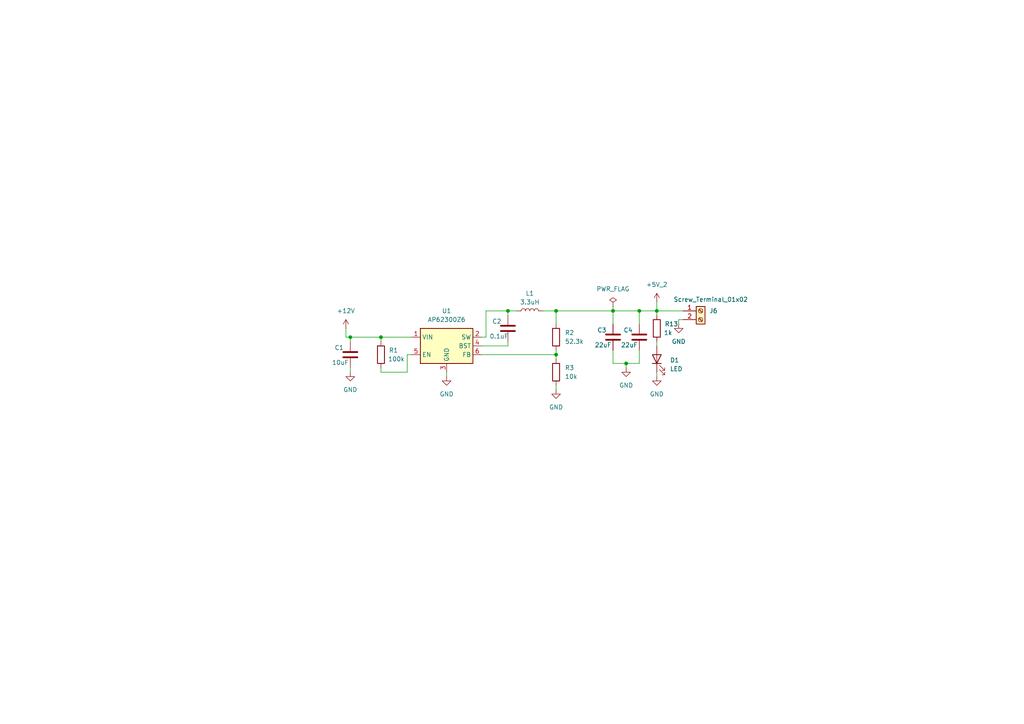
<source format=kicad_sch>
(kicad_sch (version 20231120) (generator "eeschema") (generator_version "8.0")
  (paper "A4")
  (lib_symbols
    (symbol "Connector:Screw_Terminal_01x02" (pin_names (offset 1.016) hide)
      (property "Reference" "J" (at 0 2.54 0))
      (property "Value" "Screw_Terminal_01x02" (at 0 -5.08 0))
      (symbol "Screw_Terminal_01x02_1_1"
        (rectangle (start -1.27 1.27) (end 1.27 -3.81) (stroke (width 0.254)) (fill (type background)))
        (circle (center 0 -2.54) (radius 0.635) (stroke (width 0.1524)))
        (polyline (pts (xy -0.5334 -2.2098) (xy 0.3302 -3.048)) (stroke (width 0.1524)))
        (polyline (pts (xy -0.5334 0.3302) (xy 0.3302 -0.508)) (stroke (width 0.1524)))
        (polyline (pts (xy -0.3556 -2.032) (xy 0.508 -2.8702)) (stroke (width 0.1524)))
        (polyline (pts (xy -0.3556 0.508) (xy 0.508 -0.3302)) (stroke (width 0.1524)))
        (circle (center 0 0) (radius 0.635) (stroke (width 0.1524)))
        (pin passive line (at -5.08 0 0) (length 3.81) (name "Pin_1") (number "1"))
        (pin passive line (at -5.08 -2.54 0) (length 3.81) (name "Pin_2") (number "2"))
      )
    )
    (symbol "Device:C" (pin_numbers hide) (pin_names (offset 0.254))
      (property "Reference" "C" (at 0.635 2.54 0))
      (property "Value" "C" (at 0.635 -2.54 0))
      (symbol "C_0_1"
        (polyline (pts (xy -2.032 -0.762) (xy 2.032 -0.762)) (stroke (width 0.508)))
        (polyline (pts (xy -2.032 0.762) (xy 2.032 0.762)) (stroke (width 0.508)))
      )
      (symbol "C_1_1"
        (pin passive line (at 0 3.81 270) (length 2.794) (name "~") (number "1"))
        (pin passive line (at 0 -3.81 90) (length 2.794) (name "~") (number "2"))
      )
    )
    (symbol "Device:L" (pin_numbers hide) (pin_names (offset 1.016) hide)
      (property "Reference" "L" (at -1.27 0 90))
      (property "Value" "L" (at 1.905 0 90))
      (symbol "L_0_1"
        (arc (start 0 -2.54) (mid 0.6323 -1.905) (end 0 -1.27))
        (arc (start 0 -1.27) (mid 0.6323 -0.635) (end 0 0))
        (arc (start 0 0) (mid 0.6323 0.635) (end 0 1.27))
        (arc (start 0 1.27) (mid 0.6323 1.905) (end 0 2.54))
      )
      (symbol "L_1_1"
        (pin passive line (at 0 3.81 270) (length 1.27) (name "1") (number "1"))
        (pin passive line (at 0 -3.81 90) (length 1.27) (name "2") (number "2"))
      )
    )
    (symbol "Device:LED" (pin_numbers hide) (pin_names (offset 1.016) hide)
      (property "Reference" "D" (at 0 2.54 0))
      (property "Value" "LED" (at 0 -2.54 0))
      (symbol "LED_0_1"
        (polyline (pts (xy -1.27 -1.27) (xy -1.27 1.27)) (stroke (width 0.254)))
        (polyline (pts (xy -1.27 0) (xy 1.27 0)))
        (polyline (pts (xy 1.27 -1.27) (xy 1.27 1.27) (xy -1.27 0) (xy 1.27 -1.27)) (stroke (width 0.254)))
        (polyline (pts (xy -3.048 -0.762) (xy -4.572 -2.286) (xy -3.81 -2.286) (xy -4.572 -2.286) (xy -4.572 -1.524)))
        (polyline (pts (xy -1.778 -0.762) (xy -3.302 -2.286) (xy -2.54 -2.286) (xy -3.302 -2.286) (xy -3.302 -1.524)))
      )
      (symbol "LED_1_1"
        (pin passive line (at -3.81 0 0) (length 2.54) (name "K") (number "1"))
        (pin passive line (at 3.81 0 180) (length 2.54) (name "A") (number "2"))
      )
    )
    (symbol "Device:R" (pin_numbers hide) (pin_names (offset 0))
      (property "Reference" "R" (at 2.032 0 90))
      (property "Value" "R" (at 0 0 90))
      (symbol "R_0_1"
        (rectangle (start -1.016 -2.54) (end 1.016 2.54) (stroke (width 0.254)))
      )
      (symbol "R_1_1"
        (pin passive line (at 0 3.81 270) (length 1.27) (name "~") (number "1"))
        (pin passive line (at 0 -3.81 90) (length 1.27) (name "~") (number "2"))
      )
    )
    (symbol "Regulator_Switching:AP62300Z6"
      (property "Reference" "U" (at -7.62 6.35 0))
      (property "Value" "AP62300Z6" (at 6.35 -6.35 0))
      (symbol "AP62300Z6_0_1"
        (rectangle (start -7.62 5.08) (end 7.62 -5.08) (stroke (width 0.254)) (fill (type background)))
      )
      (symbol "AP62300Z6_1_1"
        (pin power_in line (at -10.16 2.54 0) (length 2.54) (name "VIN") (number "1"))
        (pin output line (at 10.16 2.54 180) (length 2.54) (name "SW") (number "2"))
        (pin power_in line (at 0 -7.62 90) (length 2.54) (name "GND") (number "3"))
        (pin passive line (at 10.16 0 180) (length 2.54) (name "BST") (number "4"))
        (pin input line (at -10.16 -2.54 0) (length 2.54) (name "EN") (number "5"))
        (pin input line (at 10.16 -2.54 180) (length 2.54) (name "FB") (number "6"))
      )
    )
    (symbol "power:+12V" (power) (pin_numbers hide) (pin_names (offset 0) hide)
      (property "Value" "+12V" (at 0 3.556 0))
      (symbol "+12V_0_1"
        (polyline (pts (xy -0.762 1.27) (xy 0 2.54)))
        (polyline (pts (xy 0 0) (xy 0 2.54)))
        (polyline (pts (xy 0 2.54) (xy 0.762 1.27)))
      )
      (symbol "+12V_1_1"
        (pin power_in line (at 0 0 90) (length 0) (name "~") (number "1"))
      )
    )
    (symbol "power:+5V" (power) (pin_numbers hide) (pin_names (offset 0) hide)
      (property "Value" "+5V" (at 0 3.556 0))
      (symbol "+5V_0_1"
        (polyline (pts (xy -0.762 1.27) (xy 0 2.54)))
        (polyline (pts (xy 0 0) (xy 0 2.54)))
        (polyline (pts (xy 0 2.54) (xy 0.762 1.27)))
      )
      (symbol "+5V_1_1"
        (pin power_in line (at 0 0 90) (length 0) (name "~") (number "1"))
      )
    )
    (symbol "power:GND" (power) (pin_numbers hide) (pin_names (offset 0) hide)
      (property "Value" "GND" (at 0 -3.81 0))
      (symbol "GND_0_1"
        (polyline (pts (xy 0 0) (xy 0 -1.27) (xy 1.27 -1.27) (xy 0 -2.54) (xy -1.27 -1.27) (xy 0 -1.27)))
      )
      (symbol "GND_1_1"
        (pin power_in line (at 0 0 270) (length 0) (name "~") (number "1"))
      )
    )
    (symbol "power:PWR_FLAG" (power) (pin_numbers hide) (pin_names (offset 0) hide)
      (property "Value" "PWR_FLAG" (at 0 3.81 0))
      (symbol "PWR_FLAG_0_0"
        (pin power_out line (at 0 0 90) (length 0) (name "~") (number "1"))
      )
      (symbol "PWR_FLAG_0_1"
        (polyline (pts (xy 0 0) (xy 0 1.27) (xy -1.016 1.905) (xy 0 2.54) (xy 1.016 1.905) (xy 0 1.27)))
      )
    )
  )
  (junction (at 110.49 97.79))
  (junction (at 177.8 90.17))
  (junction (at 101.6 97.79))
  (junction (at 161.29 102.87))
  (junction (at 190.5 90.17))
  (junction (at 185.42 90.17))
  (junction (at 161.29 90.17))
  (junction (at 181.61 105.41))
  (junction (at 147.32 90.17))
  (wire (pts (xy 139.7 97.79) (xy 140.97 97.79)))
  (wire (pts (xy 157.48 90.17) (xy 161.29 90.17)))
  (wire (pts (xy 140.97 97.79) (xy 140.97 90.17)))
  (wire (pts (xy 177.8 101.6) (xy 177.8 105.41)))
  (wire (pts (xy 140.97 90.17) (xy 147.32 90.17)))
  (wire (pts (xy 129.54 107.95) (xy 129.54 109.22)))
  (wire (pts (xy 185.42 90.17) (xy 190.5 90.17)))
  (wire (pts (xy 177.8 90.17) (xy 177.8 93.98)))
  (wire (pts (xy 190.5 99.06) (xy 190.5 100.33)))
  (wire (pts (xy 110.49 97.79) (xy 110.49 99.06)))
  (wire (pts (xy 181.61 105.41) (xy 185.42 105.41)))
  (wire (pts (xy 190.5 91.44) (xy 190.5 90.17)))
  (wire (pts (xy 161.29 90.17) (xy 161.29 93.98)))
  (wire (pts (xy 177.8 90.17) (xy 185.42 90.17)))
  (wire (pts (xy 100.33 95.25) (xy 100.33 97.79)))
  (wire (pts (xy 101.6 97.79) (xy 110.49 97.79)))
  (wire (pts (xy 161.29 111.76) (xy 161.29 113.03)))
  (wire (pts (xy 161.29 90.17) (xy 177.8 90.17)))
  (wire (pts (xy 181.61 105.41) (xy 181.61 106.68)))
  (wire (pts (xy 139.7 100.33) (xy 147.32 100.33)))
  (wire (pts (xy 185.42 90.17) (xy 185.42 93.98)))
  (wire (pts (xy 110.49 107.95) (xy 118.11 107.95)))
  (wire (pts (xy 101.6 99.06) (xy 101.6 97.79)))
  (wire (pts (xy 110.49 106.68) (xy 110.49 107.95)))
  (wire (pts (xy 118.11 102.87) (xy 119.38 102.87)))
  (wire (pts (xy 110.49 97.79) (xy 119.38 97.79)))
  (wire (pts (xy 185.42 101.6) (xy 185.42 105.41)))
  (wire (pts (xy 190.5 87.63) (xy 190.5 90.17)))
  (wire (pts (xy 177.8 105.41) (xy 181.61 105.41)))
  (wire (pts (xy 177.8 88.9) (xy 177.8 90.17)))
  (wire (pts (xy 147.32 90.17) (xy 147.32 91.44)))
  (wire (pts (xy 196.85 92.71) (xy 196.85 93.98)))
  (wire (pts (xy 190.5 90.17) (xy 198.12 90.17)))
  (wire (pts (xy 139.7 102.87) (xy 161.29 102.87)))
  (wire (pts (xy 100.33 97.79) (xy 101.6 97.79)))
  (wire (pts (xy 161.29 101.6) (xy 161.29 102.87)))
  (wire (pts (xy 198.12 92.71) (xy 196.85 92.71)))
  (wire (pts (xy 147.32 90.17) (xy 149.86 90.17)))
  (wire (pts (xy 190.5 107.95) (xy 190.5 109.22)))
  (wire (pts (xy 147.32 100.33) (xy 147.32 99.06)))
  (wire (pts (xy 118.11 107.95) (xy 118.11 102.87)))
  (wire (pts (xy 101.6 106.68) (xy 101.6 107.95)))
  (wire (pts (xy 161.29 102.87) (xy 161.29 104.14)))
  (symbol (lib_id "Device:R") (at 110.49 102.87 0) (unit 1)
    (property "Reference" "R1" (at 112.776 101.6 0) (effects (justify left)))
    (property "Value" "100k" (at 112.522 104.14 0) (effects (justify left)))
    (property "Footprint" "Resistor_SMD:R_0603_1608Metric" (effects (hide yes)))
    (property "Description" "Resistor" (effects (hide yes)))
    (instances (project "QRPfRA_RP4_hat" (path "" (reference "R1") (unit 1)) (path "" (reference "R17") (unit 1)) (path "" (reference "R21") (unit 1)) (path "" (reference "R25") (unit 1))))
  )
  (symbol (lib_id "Device:R") (at 190.5 95.25 0) (unit 1)
    (property "Reference" "R13" (at 192.786 93.98 0) (effects (justify left)))
    (property "Value" "1k" (at 192.532 96.52 0) (effects (justify left)))
    (property "Footprint" "Resistor_SMD:R_0603_1608Metric" (effects (hide yes)))
    (property "Description" "Resistor" (effects (hide yes)))
    (instances (project "QRPfRA_RP4_hat" (path "" (reference "R13") (unit 1)) (path "" (reference "R20") (unit 1)) (path "" (reference "R24") (unit 1)) (path "" (reference "R28") (unit 1))))
  )
  (symbol (lib_id "power:GND") (at 181.61 106.68 0) (unit 1)
    (property "Reference" "#PWR05" (effects (hide yes)))
    (property "Value" "GND" (at 181.61 111.76 0))
    (property "Description" "Power symbol creates a global label with name \"GND\" , ground" (effects (hide yes)))
    (instances (project "QRPfRA_RP4_hat" (path "" (reference "#PWR05") (unit 1)) (path "" (reference "#PWR045") (unit 1)) (path "" (reference "#PWR053") (unit 1)) (path "" (reference "#PWR061") (unit 1))))
  )
  (symbol (lib_id "power:+5V") (at 190.5 87.63 0) (unit 1)
    (property "Reference" "#PWR06" (effects (hide yes)))
    (property "Value" "+5V_2" (at 190.5 82.55 0))
    (property "Description" "Power symbol creates a global label with name \"+5V\"" (effects (hide yes)))
    (instances (project "QRPfRA_RP4_hat" (path "" (reference "#PWR06") (unit 1)) (path "" (reference "#PWR046") (unit 1)) (path "" (reference "#PWR054") (unit 1)) (path "" (reference "#PWR062") (unit 1))))
  )
  (symbol (lib_id "Device:C") (at 101.6 102.87 0) (unit 1)
    (property "Reference" "C1" (at 97.028 100.838 0) (effects (justify left)))
    (property "Value" "10uF" (at 96.266 105.156 0) (effects (justify left)))
    (property "Footprint" "Capacitor_SMD:C_1206_3216Metric" (effects (hide yes)))
    (property "Description" "Unpolarized capacitor" (effects (hide yes)))
    (instances (project "QRPfRA_RP4_hat" (path "" (reference "C1") (unit 1)) (path "" (reference "C17") (unit 1)) (path "" (reference "C21") (unit 1)) (path "" (reference "C25") (unit 1))))
  )
  (symbol (lib_id "Regulator_Switching:AP62300Z6") (at 129.54 100.33 0) (unit 1)
    (property "Reference" "U1" (at 129.54 90.17 0))
    (property "Value" "AP62300Z6" (at 129.54 92.71 0))
    (property "Footprint" "Package_TO_SOT_SMD:SOT-563" (effects (hide yes)))
    (property "Datasheet" "https://www.diodes.com/assets/Datasheets/AP62300_AP62301_AP62300T.pdf" (effects (hide yes)))
    (property "Description" "3A, 1.3MHz Buck DC/DC Converter, adjustable output voltage, SOT-563" (effects (hide yes)))
    (instances (project "QRPfRA_RP4_hat" (path "" (reference "U1") (unit 1)) (path "" (reference "U5") (unit 1)) (path "" (reference "U6") (unit 1)) (path "" (reference "U7") (unit 1))))
  )
  (symbol (lib_id "power:GND") (at 190.5 109.22 0) (unit 1)
    (property "Reference" "#PWR033" (effects (hide yes)))
    (property "Value" "GND" (at 190.5 114.3 0))
    (property "Description" "Power symbol creates a global label with name \"GND\" , ground" (effects (hide yes)))
    (instances (project "QRPfRA_RP4_hat" (path "" (reference "#PWR033") (unit 1)) (path "" (reference "#PWR047") (unit 1)) (path "" (reference "#PWR055") (unit 1)) (path "" (reference "#PWR063") (unit 1))))
  )
  (symbol (lib_id "Device:C") (at 185.42 97.79 0) (unit 1)
    (property "Reference" "C4" (at 180.848 95.758 0) (effects (justify left)))
    (property "Value" "22uF" (at 180.086 100.076 0) (effects (justify left)))
    (property "Footprint" "Capacitor_SMD:C_1206_3216Metric" (effects (hide yes)))
    (property "Description" "Unpolarized capacitor" (effects (hide yes)))
    (instances (project "QRPfRA_RP4_hat" (path "" (reference "C4") (unit 1)) (path "" (reference "C20") (unit 1)) (path "" (reference "C24") (unit 1)) (path "" (reference "C28") (unit 1))))
  )
  (symbol (lib_id "power:GND") (at 196.85 93.98 0) (unit 1)
    (property "Reference" "#PWR037" (effects (hide yes)))
    (property "Value" "GND" (at 196.85 99.06 0))
    (property "Description" "Power symbol creates a global label with name \"GND\" , ground" (effects (hide yes)))
    (instances (project "QRPfRA_RP4_hat" (path "" (reference "#PWR037") (unit 1)) (path "" (reference "#PWR048") (unit 1)) (path "" (reference "#PWR056") (unit 1)) (path "" (reference "#PWR064") (unit 1))))
  )
  (symbol (lib_id "Connector:Screw_Terminal_01x02") (at 203.2 90.17 0) (unit 1)
    (property "Reference" "J6" (at 205.74 90.1699 0) (effects (justify left)))
    (property "Value" "Screw_Terminal_01x02" (at 195.326 86.868 0) (effects (justify left)))
    (property "Footprint" "TerminalBlock_4Ucon:TerminalBlock_4Ucon_1x02_P3.50mm_Vertical" (effects (hide yes)))
    (property "Description" "Generic screw terminal, single row, 01x02, script generated (kicad-library-utils/schlib/autogen/connector/)" (effects (hide yes)))
    (instances (project "QRPfRA_RP4_hat" (path "" (reference "J6") (unit 1)) (path "" (reference "J9") (unit 1)) (path "" (reference "J10") (unit 1)) (path "" (reference "J11") (unit 1))))
  )
  (symbol (lib_id "Device:C") (at 147.32 95.25 0) (unit 1)
    (property "Reference" "C2" (at 142.748 93.218 0) (effects (justify left)))
    (property "Value" "0.1uF" (at 141.986 97.536 0) (effects (justify left)))
    (property "Footprint" "Capacitor_SMD:C_0603_1608Metric" (effects (hide yes)))
    (property "Description" "Unpolarized capacitor" (effects (hide yes)))
    (instances (project "QRPfRA_RP4_hat" (path "" (reference "C2") (unit 1)) (path "" (reference "C18") (unit 1)) (path "" (reference "C22") (unit 1)) (path "" (reference "C26") (unit 1))))
  )
  (symbol (lib_id "Device:C") (at 177.8 97.79 0) (unit 1)
    (property "Reference" "C3" (at 173.228 95.758 0) (effects (justify left)))
    (property "Value" "22uF" (at 172.466 100.076 0) (effects (justify left)))
    (property "Footprint" "Capacitor_SMD:C_1206_3216Metric" (effects (hide yes)))
    (property "Description" "Unpolarized capacitor" (effects (hide yes)))
    (instances (project "QRPfRA_RP4_hat" (path "" (reference "C3") (unit 1)) (path "" (reference "C19") (unit 1)) (path "" (reference "C23") (unit 1)) (path "" (reference "C27") (unit 1))))
  )
  (symbol (lib_id "power:GND") (at 161.29 113.03 0) (unit 1)
    (property "Reference" "#PWR04" (effects (hide yes)))
    (property "Value" "GND" (at 161.29 118.11 0))
    (property "Description" "Power symbol creates a global label with name \"GND\" , ground" (effects (hide yes)))
    (instances (project "QRPfRA_RP4_hat" (path "" (reference "#PWR04") (unit 1)) (path "" (reference "#PWR044") (unit 1)) (path "" (reference "#PWR052") (unit 1)) (path "" (reference "#PWR060") (unit 1))))
  )
  (symbol (lib_id "Device:R") (at 161.29 107.95 0) (unit 1)
    (property "Reference" "R3" (at 163.83 106.6799 0) (effects (justify left)))
    (property "Value" "10k" (at 163.83 109.2199 0) (effects (justify left)))
    (property "Footprint" "Resistor_SMD:R_0603_1608Metric" (effects (hide yes)))
    (property "Description" "Resistor" (effects (hide yes)))
    (instances (project "QRPfRA_RP4_hat" (path "" (reference "R3") (unit 1)) (path "" (reference "R19") (unit 1)) (path "" (reference "R23") (unit 1)) (path "" (reference "R27") (unit 1))))
  )
  (symbol (lib_id "power:GND") (at 101.6 107.95 0) (unit 1)
    (property "Reference" "#PWR02" (effects (hide yes)))
    (property "Value" "GND" (at 101.6 113.03 0))
    (property "Description" "Power symbol creates a global label with name \"GND\" , ground" (effects (hide yes)))
    (instances (project "QRPfRA_RP4_hat" (path "" (reference "#PWR02") (unit 1)) (path "" (reference "#PWR042") (unit 1)) (path "" (reference "#PWR050") (unit 1)) (path "" (reference "#PWR058") (unit 1))))
  )
  (symbol (lib_id "Device:L") (at 153.67 90.17 90) (unit 1)
    (property "Reference" "L1" (at 153.67 85.09 90))
    (property "Value" "3.3uH" (at 153.67 87.63 90))
    (property "Footprint" "Inductor_SMD:L_TDK_VLS6045EX_VLS6045AF" (effects (hide yes)))
    (property "Description" "Inductor" (effects (hide yes)))
    (instances (project "QRPfRA_RP4_hat" (path "" (reference "L1") (unit 1)) (path "" (reference "L5") (unit 1)) (path "" (reference "L6") (unit 1)) (path "" (reference "L7") (unit 1))))
  )
  (symbol (lib_id "Device:R") (at 161.29 97.79 0) (unit 1)
    (property "Reference" "R2" (at 163.83 96.5199 0) (effects (justify left)))
    (property "Value" "52.3k" (at 163.83 99.0599 0) (effects (justify left)))
    (property "Footprint" "Resistor_SMD:R_0603_1608Metric" (effects (hide yes)))
    (property "Description" "Resistor" (effects (hide yes)))
    (instances (project "QRPfRA_RP4_hat" (path "" (reference "R2") (unit 1)) (path "" (reference "R18") (unit 1)) (path "" (reference "R22") (unit 1)) (path "" (reference "R26") (unit 1))))
  )
  (symbol (lib_id "power:+12V") (at 100.33 95.25 0) (unit 1)
    (property "Reference" "#PWR01" (effects (hide yes)))
    (property "Value" "+12V" (at 100.33 90.17 0))
    (property "Description" "Power symbol creates a global label with name \"+12V\"" (effects (hide yes)))
    (instances (project "QRPfRA_RP4_hat" (path "" (reference "#PWR01") (unit 1)) (path "" (reference "#PWR041") (unit 1)) (path "" (reference "#PWR049") (unit 1)) (path "" (reference "#PWR057") (unit 1))))
  )
  (symbol (lib_id "power:PWR_FLAG") (at 177.8 88.9 0) (unit 1)
    (property "Reference" "#FLG01" (effects (hide yes)))
    (property "Value" "PWR_FLAG" (at 177.8 83.82 0))
    (property "Description" "Special symbol for telling ERC where power comes from" (effects (hide yes)))
    (instances (project "QRPfRA_RP4_hat" (path "" (reference "#FLG01") (unit 1)) (path "" (reference "#FLG05") (unit 1)) (path "" (reference "#FLG06") (unit 1)) (path "" (reference "#FLG07") (unit 1))))
  )
  (symbol (lib_id "Device:LED") (at 190.5 104.14 90) (unit 1)
    (property "Reference" "D1" (at 194.31 104.4574 90) (effects (justify right)))
    (property "Value" "LED" (at 194.31 106.9974 90) (effects (justify right)))
    (property "Footprint" "LED_SMD:LED_0603_1608Metric" (effects (hide yes)))
    (property "Description" "Light emitting diode" (effects (hide yes)))
    (instances (project "QRPfRA_RP4_hat" (path "" (reference "D1") (unit 1)) (path "" (reference "D5") (unit 1)) (path "" (reference "D6") (unit 1)) (path "" (reference "D7") (unit 1))))
  )
  (symbol (lib_id "power:GND") (at 129.54 109.22 0) (unit 1)
    (property "Reference" "#PWR03" (effects (hide yes)))
    (property "Value" "GND" (at 129.54 114.3 0))
    (property "Description" "Power symbol creates a global label with name \"GND\" , ground" (effects (hide yes)))
    (instances (project "QRPfRA_RP4_hat" (path "" (reference "#PWR03") (unit 1)) (path "" (reference "#PWR043") (unit 1)) (path "" (reference "#PWR051") (unit 1)) (path "" (reference "#PWR059") (unit 1))))
  )
)
</source>
